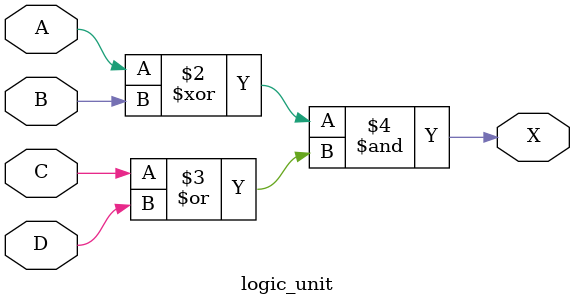
<source format=sv>
`timescale 1ns / 1ps

module logic_unit(
    input  logic A,  // Input A
    input  logic B,  // Input B
    input  logic C,  // Input C
    input  logic D,  // Input D
    output logic X   // Output X
);

    // Combinational logic for the output
    always_comb begin
        X = (A ^ B) & (C | D);  // Logical operation: (A XOR B) AND (C OR D)
    end

endmodule
</source>
